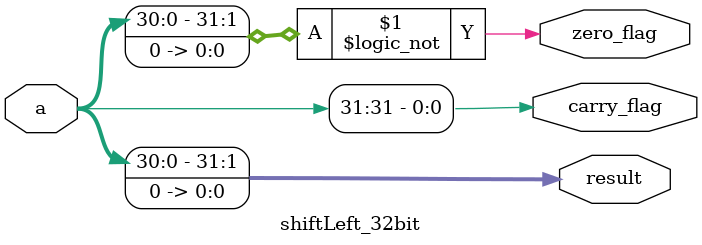
<source format=sv>
module shiftLeft_32bit(
  input logic [31:0] a,
  output logic [31:0] result,
  output logic zero_flag,
  output logic carry_flag
);

	assign result[0] = 1'b0;
  assign result[1] = a[0];
  assign result[2] = a[1];
  assign result[3] = a[2];
  assign result[4] = a[3];
  assign result[5] = a[4];
  assign result[6] = a[5];
  assign result[7] = a[6];
  assign result[8] = a[7];
  assign result[9] = a[8];
  assign result[10] = a[9];
  assign result[11] = a[10];
  assign result[12] = a[11];
  assign result[13] = a[12];
  assign result[14] = a[13];
  assign result[15] = a[14];
  assign result[16] = a[15];
  assign result[17] = a[16];
  assign result[18] = a[17];
  assign result[19] = a[18];
  assign result[20] = a[19];
  assign result[21] = a[20];
  assign result[22] = a[21];
  assign result[23] = a[22];
  assign result[24] = a[23];
  assign result[25] = a[24];
  assign result[26] = a[25];
  assign result[27] = a[26];
  assign result[28] = a[27];
  assign result[29] = a[28];
  assign result[30] = a[29];
  assign result[31] = a[30];


  // Set zero flag
  assign zero_flag = (result == 32'b00000000000000000000000000000000);

  // Set carry flag based on the value of the MSB of input 'a'
  assign carry_flag = (a[31] == 1'b1);

endmodule
</source>
